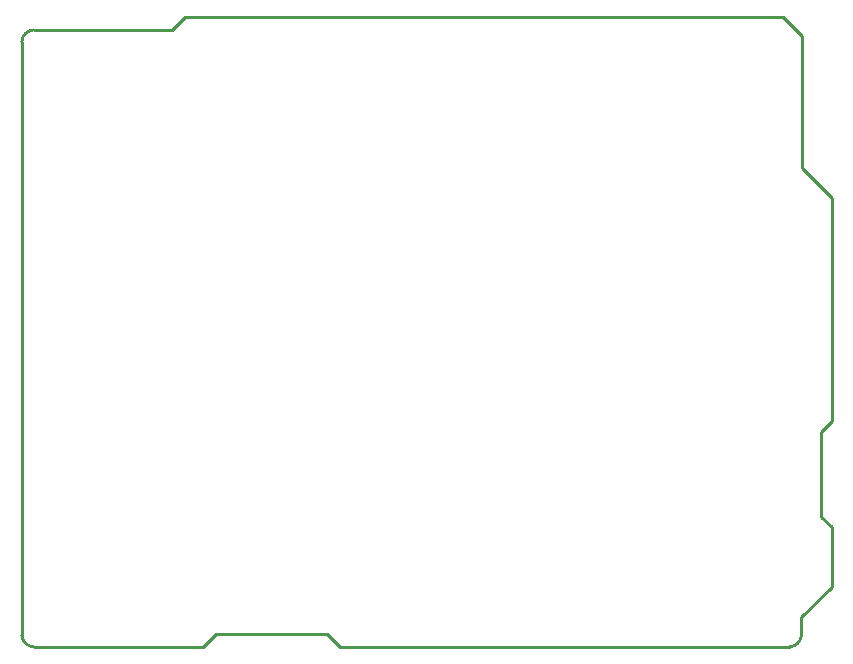
<source format=gm1>
G04*
G04 #@! TF.GenerationSoftware,Altium Limited,Altium Designer,18.0.12 (696)*
G04*
G04 Layer_Color=16711935*
%FSLAX44Y44*%
%MOMM*%
G71*
G01*
G75*
%ADD12C,0.2540*%
D12*
X0Y10000D02*
G03*
X10000Y0I10000J0D01*
G01*
Y522000D02*
G03*
X0Y512000I0J-10000D01*
G01*
X650000Y0D02*
G03*
X660000Y10000I0J10000D01*
G01*
X685800Y50800D02*
Y101200D01*
X677000Y110000D02*
X685800Y101200D01*
X685800Y190800D02*
Y355000D01*
X677000Y182000D02*
X685800Y190800D01*
X269000Y0D02*
X650000D01*
X258000Y11000D02*
X269000Y0D01*
X10000Y-0D02*
X153000D01*
X164000Y11000D01*
X10000Y522000D02*
X127000D01*
X138400Y533400D01*
X140000D01*
X685800Y355000D02*
X685800Y355000D01*
Y379600D01*
X660400Y405000D02*
X685800Y379600D01*
X660400Y405000D02*
Y406400D01*
X660000Y25000D02*
X685800Y50800D01*
X660000Y20000D02*
Y25000D01*
Y10000D02*
Y20000D01*
X660400Y515000D02*
Y517100D01*
X644100Y533400D02*
X660400Y517100D01*
X642500Y533400D02*
X644100D01*
X164000Y11000D02*
X258000D01*
X140000Y533400D02*
X642500Y533400D01*
X677000Y110000D02*
Y182000D01*
X660400Y406400D02*
Y515000D01*
X-0Y10000D02*
X0Y512000D01*
M02*

</source>
